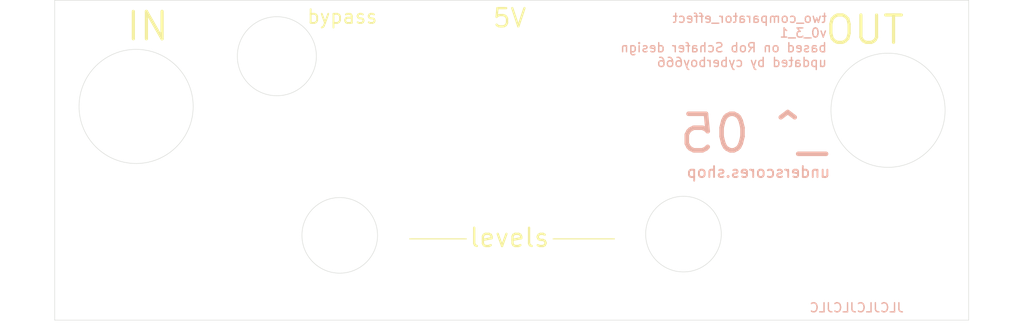
<source format=kicad_pcb>
(kicad_pcb (version 20171130) (host pcbnew 5.1.10)

  (general
    (thickness 1.6)
    (drawings 20)
    (tracks 0)
    (zones 0)
    (modules 4)
    (nets 2)
  )

  (page A4)
  (title_block
    (title two_comparator_effect_panel)
    (date 2022-01-31)
    (rev v0_3_1)
    (company "based on Rob Schafer design, updated by cyberboy666")
  )

  (layers
    (0 F.Cu signal)
    (31 B.Cu signal)
    (32 B.Adhes user)
    (33 F.Adhes user)
    (34 B.Paste user)
    (35 F.Paste user)
    (36 B.SilkS user)
    (37 F.SilkS user)
    (38 B.Mask user)
    (39 F.Mask user)
    (40 Dwgs.User user)
    (41 Cmts.User user)
    (42 Eco1.User user)
    (43 Eco2.User user)
    (44 Edge.Cuts user)
    (45 Margin user)
    (46 B.CrtYd user)
    (47 F.CrtYd user)
    (48 B.Fab user)
    (49 F.Fab user)
  )

  (setup
    (last_trace_width 0.25)
    (user_trace_width 0.5)
    (trace_clearance 0.2)
    (zone_clearance 0.508)
    (zone_45_only no)
    (trace_min 0.2)
    (via_size 0.8)
    (via_drill 0.4)
    (via_min_size 0.4)
    (via_min_drill 0.3)
    (uvia_size 0.3)
    (uvia_drill 0.1)
    (uvias_allowed no)
    (uvia_min_size 0.2)
    (uvia_min_drill 0.1)
    (edge_width 0.05)
    (segment_width 0.2)
    (pcb_text_width 0.3)
    (pcb_text_size 1.5 1.5)
    (mod_edge_width 0.12)
    (mod_text_size 1 1)
    (mod_text_width 0.15)
    (pad_size 1.524 1.524)
    (pad_drill 0.762)
    (pad_to_mask_clearance 0.051)
    (solder_mask_min_width 0.25)
    (aux_axis_origin 0 0)
    (visible_elements FFFCFF7F)
    (pcbplotparams
      (layerselection 0x010fc_ffffffff)
      (usegerberextensions false)
      (usegerberattributes false)
      (usegerberadvancedattributes false)
      (creategerberjobfile false)
      (excludeedgelayer true)
      (linewidth 0.100000)
      (plotframeref false)
      (viasonmask false)
      (mode 1)
      (useauxorigin false)
      (hpglpennumber 1)
      (hpglpenspeed 20)
      (hpglpendiameter 15.000000)
      (psnegative false)
      (psa4output false)
      (plotreference true)
      (plotvalue false)
      (plotinvisibletext false)
      (padsonsilk false)
      (subtractmaskfromsilk false)
      (outputformat 1)
      (mirror false)
      (drillshape 0)
      (scaleselection 1)
      (outputdirectory "two_comparator_effect_panel_v0_3_1/"))
  )

  (net 0 "")
  (net 1 GND)

  (net_class Default "This is the default net class."
    (clearance 0.2)
    (trace_width 0.25)
    (via_dia 0.8)
    (via_drill 0.4)
    (uvia_dia 0.3)
    (uvia_drill 0.1)
  )

  (module MountingHole:MountingHole_3.2mm_M3 (layer F.Cu) (tedit 56D1B4CB) (tstamp 5F23F915)
    (at 186.6 76.5)
    (descr "Mounting Hole 3.2mm, no annular, M3")
    (tags "mounting hole 3.2mm no annular m3")
    (attr virtual)
    (fp_text reference REF** (at 6.65 -4) (layer F.SilkS) hide
      (effects (font (size 1 1) (thickness 0.15)))
    )
    (fp_text value MountingHole_3.2mm_M3 (at 0 4.2) (layer F.Fab)
      (effects (font (size 1 1) (thickness 0.15)))
    )
    (fp_circle (center 0 0) (end 3.45 0) (layer F.CrtYd) (width 0.05))
    (fp_circle (center 0 0) (end 3.2 0) (layer Cmts.User) (width 0.15))
    (fp_text user %R (at 0.3 0) (layer F.Fab)
      (effects (font (size 1 1) (thickness 0.15)))
    )
    (pad 1 np_thru_hole circle (at 0 0) (size 3.2 3.2) (drill 3.2) (layers *.Cu *.Mask))
  )

  (module MountingHole:MountingHole_3.2mm_M3 (layer F.Cu) (tedit 56D1B4CB) (tstamp 5F23F907)
    (at 93.5 76.5)
    (descr "Mounting Hole 3.2mm, no annular, M3")
    (tags "mounting hole 3.2mm no annular m3")
    (attr virtual)
    (fp_text reference REF** (at -6 -4) (layer F.SilkS) hide
      (effects (font (size 1 1) (thickness 0.15)))
    )
    (fp_text value MountingHole_3.2mm_M3 (at 0 4.2) (layer F.Fab)
      (effects (font (size 1 1) (thickness 0.15)))
    )
    (fp_circle (center 0 0) (end 3.2 0) (layer Cmts.User) (width 0.15))
    (fp_circle (center 0 0) (end 3.45 0) (layer F.CrtYd) (width 0.05))
    (fp_text user %R (at 0.3 0) (layer F.Fab)
      (effects (font (size 1 1) (thickness 0.15)))
    )
    (pad 1 np_thru_hole circle (at 0 0) (size 3.2 3.2) (drill 3.2) (layers *.Cu *.Mask))
  )

  (module MountingHole:MountingHole_3.2mm_M3 (layer F.Cu) (tedit 56D1B4CB) (tstamp 5F23F7AB)
    (at 186.5 48.6)
    (descr "Mounting Hole 3.2mm, no annular, M3")
    (tags "mounting hole 3.2mm no annular m3")
    (attr virtual)
    (fp_text reference REF** (at 0 -4.2) (layer F.SilkS) hide
      (effects (font (size 1 1) (thickness 0.15)))
    )
    (fp_text value MountingHole_3.2mm_M3 (at 0 4.2) (layer F.Fab)
      (effects (font (size 1 1) (thickness 0.15)))
    )
    (fp_circle (center 0 0) (end 3.2 0) (layer Cmts.User) (width 0.15))
    (fp_circle (center 0 0) (end 3.45 0) (layer F.CrtYd) (width 0.05))
    (fp_text user %R (at 0.3 0) (layer F.Fab)
      (effects (font (size 1 1) (thickness 0.15)))
    )
    (pad 1 np_thru_hole circle (at 0 0) (size 3.2 3.2) (drill 3.2) (layers *.Cu *.Mask))
  )

  (module MountingHole:MountingHole_3.2mm_M3 (layer F.Cu) (tedit 56D1B4CB) (tstamp 5F23F6EE)
    (at 93.5 48.5)
    (descr "Mounting Hole 3.2mm, no annular, M3")
    (tags "mounting hole 3.2mm no annular m3")
    (attr virtual)
    (fp_text reference REF** (at 0 -4.2) (layer F.SilkS) hide
      (effects (font (size 1 1) (thickness 0.15)))
    )
    (fp_text value MountingHole_3.2mm_M3 (at 0 4.2) (layer F.Fab)
      (effects (font (size 1 1) (thickness 0.15)))
    )
    (fp_circle (center 0 0) (end 3.45 0) (layer F.CrtYd) (width 0.05))
    (fp_circle (center 0 0) (end 3.2 0) (layer Cmts.User) (width 0.15))
    (fp_text user %R (at 0.3 0) (layer F.Fab)
      (effects (font (size 1 1) (thickness 0.15)))
    )
    (pad 1 np_thru_hole circle (at 0 0) (size 3.2 3.2) (drill 3.2) (layers *.Cu *.Mask))
  )

  (gr_text JLCJLCJLCJLC (at 177.75 78.64) (layer B.SilkS)
    (effects (font (size 1 1) (thickness 0.15)) (justify mirror))
  )
  (gr_text bypass (at 121.47 46.8) (layer F.SilkS) (tstamp 62169C37)
    (effects (font (size 1.5 1.5) (thickness 0.2)))
  )
  (gr_circle (center 114.31 51.126545) (end 117.91 53.52) (layer Edge.Cuts) (width 0.05) (tstamp 62169AF6))
  (gr_circle (center 181.18 57.04) (end 186.45 60.39) (layer Edge.Cuts) (width 0.05) (tstamp 62169AF1))
  (gr_circle (center 98.91 56.62) (end 104.18 59.97) (layer Edge.Cuts) (width 0.05) (tstamp 62169AEC))
  (gr_circle (center 121.19 70.726545) (end 124.641465 73.006545) (layer Edge.Cuts) (width 0.05) (tstamp 62169AEA))
  (gr_circle (center 158.798535 70.59) (end 162.25 72.87) (layer Edge.Cuts) (width 0.05))
  (gr_text underscores.shop (at 167 63.8) (layer B.SilkS)
    (effects (font (size 1.2 1.2) (thickness 0.2)) (justify mirror))
  )
  (gr_text "_^ 05" (at 166.4 59.6) (layer B.SilkS)
    (effects (font (size 4 4) (thickness 0.5)) (justify mirror))
  )
  (gr_line (start 135.04 71.11) (end 128.84 71.11) (layer F.SilkS) (width 0.12))
  (gr_line (start 144.54 71.11) (end 151.24 71.11) (layer F.SilkS) (width 0.12))
  (gr_text levels (at 139.76 70.98) (layer F.SilkS) (tstamp 5F3456FA)
    (effects (font (size 2 2) (thickness 0.25)))
  )
  (gr_text "two_comparator_effect \nv0_3_1\nbased on Rob Schafer design\nupdated by cyberboy666 " (at 174.57 49.38) (layer B.SilkS) (tstamp 5F23EEF4)
    (effects (font (size 1 1) (thickness 0.15)) (justify left mirror))
  )
  (gr_text 5V (at 139.78 46.95) (layer F.SilkS) (tstamp 5EE52575)
    (effects (font (size 2 2) (thickness 0.25)))
  )
  (gr_text OUT (at 178.64 48.24) (layer F.SilkS) (tstamp 5EE52563)
    (effects (font (size 3 3) (thickness 0.35)))
  )
  (gr_text IN (at 100.18 47.85) (layer F.SilkS)
    (effects (font (size 3 3) (thickness 0.35)))
  )
  (gr_line (start 90 80) (end 90 45) (layer Edge.Cuts) (width 0.05) (tstamp 5EE5070B))
  (gr_line (start 190 80) (end 90 80) (layer Edge.Cuts) (width 0.05) (tstamp 5F23EE9D))
  (gr_line (start 190 45) (end 190 80) (layer Edge.Cuts) (width 0.05))
  (gr_line (start 90 45) (end 190 45) (layer Edge.Cuts) (width 0.05))

  (zone (net 1) (net_name GND) (layer F.Cu) (tstamp 62169F2C) (hatch edge 0.508)
    (connect_pads (clearance 0.508))
    (min_thickness 0.254)
    (fill yes (arc_segments 32) (thermal_gap 0.508) (thermal_bridge_width 0.508))
    (polygon
      (pts
        (xy 90 45) (xy 190 45) (xy 190 80) (xy 90 80)
      )
    )
  )
  (zone (net 1) (net_name GND) (layer B.Cu) (tstamp 62169F29) (hatch edge 0.508)
    (connect_pads (clearance 0.508))
    (min_thickness 0.254)
    (fill yes (arc_segments 32) (thermal_gap 0.508) (thermal_bridge_width 0.508))
    (polygon
      (pts
        (xy 90 45) (xy 190 45) (xy 190 80) (xy 90 80)
      )
    )
  )
)

</source>
